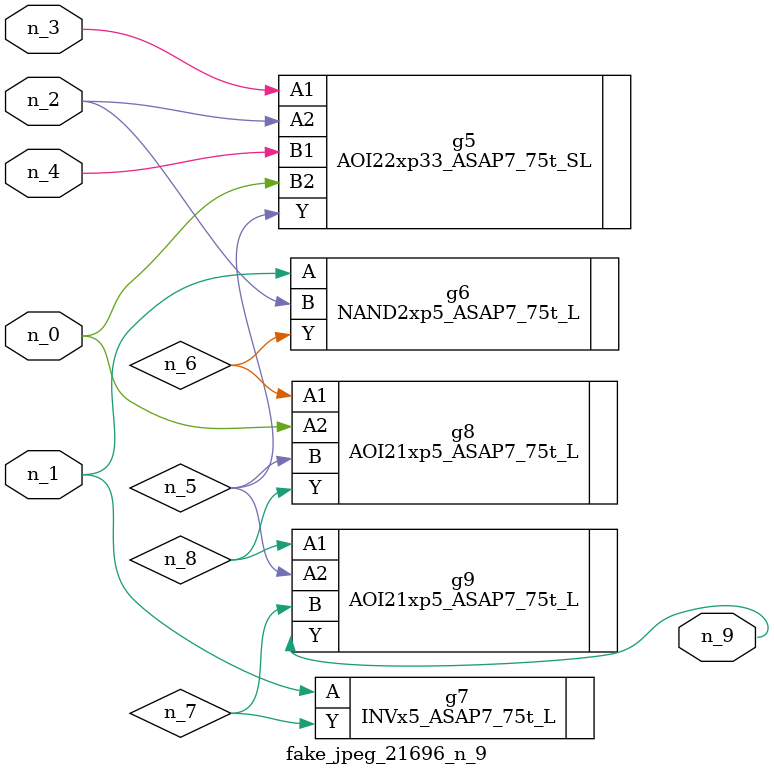
<source format=v>
module fake_jpeg_21696_n_9 (n_3, n_2, n_1, n_0, n_4, n_9);

input n_3;
input n_2;
input n_1;
input n_0;
input n_4;

output n_9;

wire n_8;
wire n_6;
wire n_5;
wire n_7;

AOI22xp33_ASAP7_75t_SL g5 ( 
.A1(n_3),
.A2(n_2),
.B1(n_4),
.B2(n_0),
.Y(n_5)
);

NAND2xp5_ASAP7_75t_L g6 ( 
.A(n_1),
.B(n_2),
.Y(n_6)
);

INVx5_ASAP7_75t_L g7 ( 
.A(n_1),
.Y(n_7)
);

AOI21xp5_ASAP7_75t_L g8 ( 
.A1(n_6),
.A2(n_0),
.B(n_5),
.Y(n_8)
);

AOI21xp5_ASAP7_75t_L g9 ( 
.A1(n_8),
.A2(n_5),
.B(n_7),
.Y(n_9)
);


endmodule
</source>
